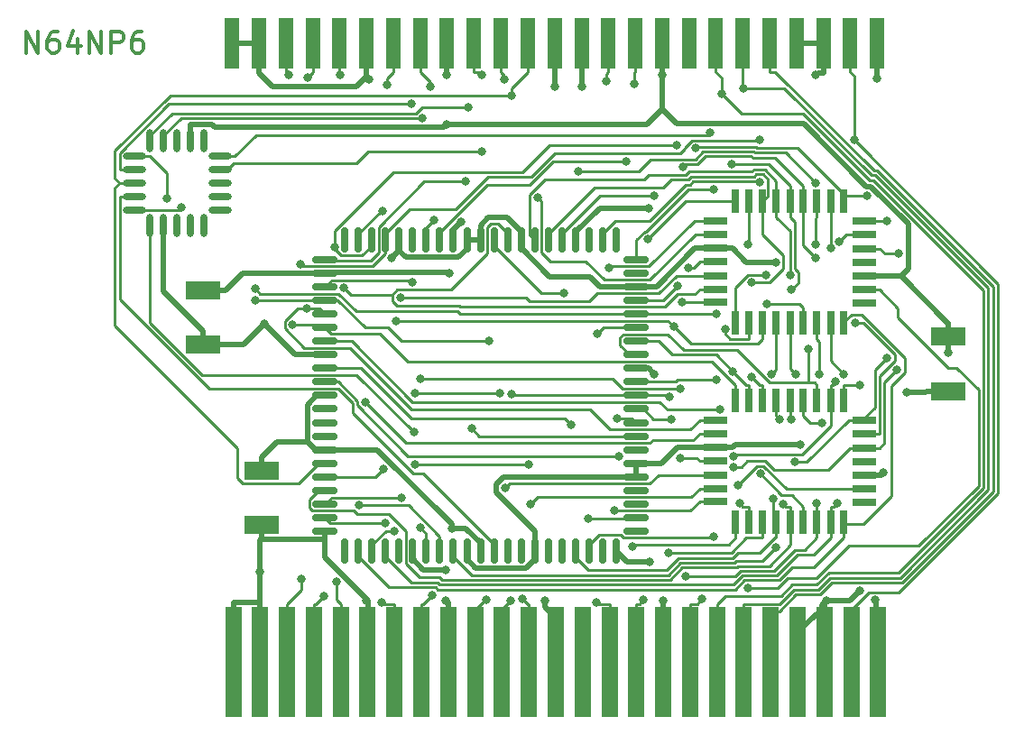
<source format=gbr>
%TF.GenerationSoftware,KiCad,Pcbnew,(6.0.2)*%
%TF.CreationDate,2022-10-24T07:01:04-05:00*%
%TF.ProjectId,N64NP6,4e36344e-5036-42e6-9b69-6361645f7063,rev?*%
%TF.SameCoordinates,Original*%
%TF.FileFunction,Copper,L1,Top*%
%TF.FilePolarity,Positive*%
%FSLAX46Y46*%
G04 Gerber Fmt 4.6, Leading zero omitted, Abs format (unit mm)*
G04 Created by KiCad (PCBNEW (6.0.2)) date 2022-10-24 07:01:04*
%MOMM*%
%LPD*%
G01*
G04 APERTURE LIST*
G04 Aperture macros list*
%AMRoundRect*
0 Rectangle with rounded corners*
0 $1 Rounding radius*
0 $2 $3 $4 $5 $6 $7 $8 $9 X,Y pos of 4 corners*
0 Add a 4 corners polygon primitive as box body*
4,1,4,$2,$3,$4,$5,$6,$7,$8,$9,$2,$3,0*
0 Add four circle primitives for the rounded corners*
1,1,$1+$1,$2,$3*
1,1,$1+$1,$4,$5*
1,1,$1+$1,$6,$7*
1,1,$1+$1,$8,$9*
0 Add four rect primitives between the rounded corners*
20,1,$1+$1,$2,$3,$4,$5,0*
20,1,$1+$1,$4,$5,$6,$7,0*
20,1,$1+$1,$6,$7,$8,$9,0*
20,1,$1+$1,$8,$9,$2,$3,0*%
G04 Aperture macros list end*
%ADD10C,0.300000*%
%TA.AperFunction,NonConductor*%
%ADD11C,0.300000*%
%TD*%
%TA.AperFunction,SMDPad,CuDef*%
%ADD12R,3.250000X1.700000*%
%TD*%
%TA.AperFunction,SMDPad,CuDef*%
%ADD13R,2.270000X0.700000*%
%TD*%
%TA.AperFunction,SMDPad,CuDef*%
%ADD14R,0.700000X2.270000*%
%TD*%
%TA.AperFunction,SMDPad,CuDef*%
%ADD15O,0.700000X2.154000*%
%TD*%
%TA.AperFunction,SMDPad,CuDef*%
%ADD16O,2.154000X0.700000*%
%TD*%
%TA.AperFunction,SMDPad,CuDef*%
%ADD17RoundRect,0.150000X-0.150000X-1.000000X0.150000X-1.000000X0.150000X1.000000X-0.150000X1.000000X0*%
%TD*%
%TA.AperFunction,SMDPad,CuDef*%
%ADD18RoundRect,0.150000X-1.000000X-0.150000X1.000000X-0.150000X1.000000X0.150000X-1.000000X0.150000X0*%
%TD*%
%TA.AperFunction,SMDPad,CuDef*%
%ADD19R,1.500000X10.350000*%
%TD*%
%TA.AperFunction,SMDPad,CuDef*%
%ADD20R,1.350000X4.750000*%
%TD*%
%TA.AperFunction,ViaPad*%
%ADD21C,0.800000*%
%TD*%
%TA.AperFunction,Conductor*%
%ADD22C,0.250000*%
%TD*%
%TA.AperFunction,Conductor*%
%ADD23C,0.500000*%
%TD*%
%TA.AperFunction,Conductor*%
%ADD24C,0.600000*%
%TD*%
G04 APERTURE END LIST*
D10*
D11*
X3950809Y94410238D02*
X3950809Y96410238D01*
X5093666Y94410238D01*
X5093666Y96410238D01*
X6903190Y96410238D02*
X6522238Y96410238D01*
X6331761Y96315000D01*
X6236523Y96219761D01*
X6046047Y95934047D01*
X5950809Y95553095D01*
X5950809Y94791190D01*
X6046047Y94600714D01*
X6141285Y94505476D01*
X6331761Y94410238D01*
X6712714Y94410238D01*
X6903190Y94505476D01*
X6998428Y94600714D01*
X7093666Y94791190D01*
X7093666Y95267380D01*
X6998428Y95457857D01*
X6903190Y95553095D01*
X6712714Y95648333D01*
X6331761Y95648333D01*
X6141285Y95553095D01*
X6046047Y95457857D01*
X5950809Y95267380D01*
X8807952Y95743571D02*
X8807952Y94410238D01*
X8331761Y96505476D02*
X7855571Y95076904D01*
X9093666Y95076904D01*
X9855571Y94410238D02*
X9855571Y96410238D01*
X10998428Y94410238D01*
X10998428Y96410238D01*
X11950809Y94410238D02*
X11950809Y96410238D01*
X12712714Y96410238D01*
X12903190Y96315000D01*
X12998428Y96219761D01*
X13093666Y96029285D01*
X13093666Y95743571D01*
X12998428Y95553095D01*
X12903190Y95457857D01*
X12712714Y95362619D01*
X11950809Y95362619D01*
X14807952Y96410238D02*
X14426999Y96410238D01*
X14236523Y96315000D01*
X14141285Y96219761D01*
X13950809Y95934047D01*
X13855571Y95553095D01*
X13855571Y94791190D01*
X13950809Y94600714D01*
X14046047Y94505476D01*
X14236523Y94410238D01*
X14617476Y94410238D01*
X14807952Y94505476D01*
X14903190Y94600714D01*
X14998428Y94791190D01*
X14998428Y95267380D01*
X14903190Y95457857D01*
X14807952Y95553095D01*
X14617476Y95648333D01*
X14236523Y95648333D01*
X14046047Y95553095D01*
X13950809Y95457857D01*
X13855571Y95267380D01*
D12*
%TO.P,C4,1*%
%TO.N,/VCC*%
X90533000Y67749000D03*
%TO.P,C4,2*%
%TO.N,/GND*%
X90533000Y62649000D03*
%TD*%
%TO.P,C3,1*%
%TO.N,/VCC*%
X26068000Y55158000D03*
%TO.P,C3,2*%
%TO.N,/GND*%
X26068000Y50058000D03*
%TD*%
%TO.P,C2,1*%
%TO.N,/VCC*%
X20589000Y72104000D03*
%TO.P,C2,2*%
%TO.N,/GND*%
X20589000Y67004000D03*
%TD*%
D13*
%TO.P,U4,1,A18*%
%TO.N,unconnected-(U4-Pad1)*%
X82611000Y56059000D03*
%TO.P,U4,2,A16*%
%TO.N,/A16*%
X82610000Y57328000D03*
%TO.P,U4,3,A15*%
%TO.N,/A15*%
X82609000Y58638000D03*
%TO.P,U4,4,A12*%
%TO.N,/A12*%
X82609000Y59908000D03*
D14*
%TO.P,U4,5,A7*%
%TO.N,/A7*%
X80704000Y61771000D03*
%TO.P,U4,6,A6*%
%TO.N,/A6*%
X79474000Y61774000D03*
%TO.P,U4,7,A5*%
%TO.N,/A5*%
X78167000Y61772000D03*
%TO.P,U4,8,A4*%
%TO.N,/A4*%
X76896000Y61773000D03*
%TO.P,U4,9,A3*%
%TO.N,/A3*%
X75664000Y61775000D03*
%TO.P,U4,10,A2*%
%TO.N,/A2*%
X74353000Y61772000D03*
%TO.P,U4,11,A1*%
%TO.N,/A1*%
X73085000Y61773000D03*
%TO.P,U4,12,A0*%
%TO.N,/A0*%
X71814000Y61773000D03*
%TO.P,U4,13,Ad0*%
%TO.N,/AD0*%
X70546000Y61773000D03*
D13*
%TO.P,U4,14,Ad1*%
%TO.N,/AD1*%
X68640000Y59948000D03*
%TO.P,U4,15,Ad2*%
%TO.N,/AD2*%
X68641000Y58678000D03*
%TO.P,U4,16,GND*%
%TO.N,/GND*%
X68639000Y57368000D03*
%TO.P,U4,17,Ad3*%
%TO.N,/AD3*%
X68637000Y56097000D03*
%TO.P,U4,18,Ad4*%
%TO.N,/AD4*%
X68640000Y54786000D03*
%TO.P,U4,19,Ad5*%
%TO.N,/AD5*%
X68637000Y53520000D03*
%TO.P,U4,20,Ad6*%
%TO.N,/AD6*%
X68639000Y52289000D03*
D14*
%TO.P,U4,21,Ad7*%
%TO.N,/AD7*%
X70545000Y50343000D03*
%TO.P,U4,22,CE#*%
%TO.N,/Chip_Enable*%
X71817000Y50343000D03*
%TO.P,U4,23,A10*%
%TO.N,/A10*%
X73085000Y50342000D03*
%TO.P,U4,24,OE#*%
%TO.N,/Output_Enable*%
X74356000Y50343000D03*
%TO.P,U4,25,A11*%
%TO.N,/A11*%
X75663000Y50344000D03*
%TO.P,U4,26,A9*%
%TO.N,/A9*%
X76895000Y50343000D03*
%TO.P,U4,27,A8*%
%TO.N,/A8*%
X78164000Y50346000D03*
%TO.P,U4,28,A13*%
%TO.N,/A13*%
X79476000Y50343000D03*
%TO.P,U4,29,A14*%
%TO.N,/A14*%
X80707000Y50342000D03*
D13*
%TO.P,U4,30,A17*%
%TO.N,unconnected-(U4-Pad30)*%
X82611000Y52247000D03*
%TO.P,U4,31,WE#*%
%TO.N,/SST_Write*%
X82608000Y53478000D03*
%TO.P,U4,32,VCC*%
%TO.N,/VCC*%
X82609000Y54749000D03*
%TD*%
D15*
%TO.P,U1,1,CLK/I0*%
%TO.N,unconnected-(U1-Pad1)*%
X18144000Y86171000D03*
%TO.P,U1,2,I1*%
%TO.N,/{slash}write*%
X16874000Y86171000D03*
%TO.P,U1,3,I2*%
%TO.N,/ALE_H*%
X15604000Y86171000D03*
D16*
%TO.P,U1,4,I3*%
%TO.N,/{slash}read_bottom*%
X14146000Y84713000D03*
%TO.P,U1,5,I4*%
%TO.N,/ALE_L*%
X14146000Y83443000D03*
%TO.P,U1,6,I5*%
%TO.N,/AD10*%
X14146000Y82173000D03*
%TO.P,U1,7,I6*%
%TO.N,/Altera_44*%
X14146000Y80903000D03*
%TO.P,U1,8,I7*%
%TO.N,/{slash}COLD_RESET*%
X14146000Y79633000D03*
D15*
%TO.P,U1,9,I8*%
%TO.N,/Altera_39*%
X15604000Y78175000D03*
%TO.P,U1,10,GND*%
%TO.N,/GND*%
X16874000Y78175000D03*
%TO.P,U1,11,\u002AOE/I9*%
%TO.N,unconnected-(U1-Pad11)*%
X18144000Y78175000D03*
%TO.P,U1,12,I/O0*%
%TO.N,unconnected-(U1-Pad12)*%
X19414000Y78175000D03*
%TO.P,U1,13,I/O1*%
%TO.N,unconnected-(U1-Pad13)*%
X20684000Y78175000D03*
D16*
%TO.P,U1,14,I/O2*%
%TO.N,unconnected-(U1-Pad14)*%
X22142000Y79633000D03*
%TO.P,U1,15,I/O3*%
%TO.N,unconnected-(U1-Pad15)*%
X22142000Y80903000D03*
%TO.P,U1,16,I/O4*%
%TO.N,unconnected-(U1-Pad16)*%
X22142000Y82173000D03*
%TO.P,U1,17,I/O5*%
%TO.N,/{slash}read_top*%
X22142000Y83443000D03*
%TO.P,U1,18,I/O6*%
%TO.N,/Chip_Enable*%
X22142000Y84713000D03*
D15*
%TO.P,U1,19,I/O7*%
%TO.N,unconnected-(U1-Pad19)*%
X20684000Y86171000D03*
%TO.P,U1,20,VCC*%
%TO.N,/VCC*%
X19414000Y86171000D03*
%TD*%
D17*
%TO.P,U2,1,I/~{GCLR}*%
%TO.N,/GND*%
X46604000Y76849000D03*
%TO.P,U2,2,I/~{OE2}/GCLK2*%
X45329000Y76849000D03*
%TO.P,U2,3,VCCINT*%
%TO.N,/VCC*%
X44054000Y76849000D03*
%TO.P,U2,4,IO1_2*%
%TO.N,/AD7*%
X42779000Y76849000D03*
%TO.P,U2,5,IO1_3*%
%TO.N,/{slash}write*%
X41504000Y76849000D03*
%TO.P,U2,6,IO1_4*%
%TO.N,unconnected-(U2-Pad6)*%
X40229000Y76849000D03*
%TO.P,U2,7,GND1*%
%TO.N,/GND*%
X38954000Y76849000D03*
%TO.P,U2,8,IO1_5*%
%TO.N,/AD15*%
X37679000Y76849000D03*
%TO.P,U2,9,IO1_6*%
%TO.N,/AD14*%
X36404000Y76849000D03*
%TO.P,U2,10,IO1_7*%
%TO.N,/AD12*%
X35129000Y76849000D03*
%TO.P,U2,11,IO2_0*%
%TO.N,unconnected-(U2-Pad11)*%
X33854000Y76849000D03*
D18*
%TO.P,U2,12,IO2_1*%
%TO.N,/ALE_H*%
X32004000Y74999000D03*
%TO.P,U2,13,VCCIO1*%
%TO.N,/VCC*%
X32004000Y73724000D03*
%TO.P,U2,14,IO/TDI*%
%TO.N,/ALE_L*%
X32004000Y72449000D03*
%TO.P,U2,15,IO2_2*%
%TO.N,/{slash}read_bottom*%
X32004000Y71174000D03*
%TO.P,U2,16,IO2_3*%
%TO.N,/AD1*%
X32004000Y69899000D03*
%TO.P,U2,17,IO2_4*%
%TO.N,/AD0*%
X32004000Y68624000D03*
%TO.P,U2,18,IO2_5*%
%TO.N,/A16*%
X32004000Y67349000D03*
%TO.P,U2,19,GND2*%
%TO.N,/GND*%
X32004000Y66074000D03*
%TO.P,U2,20,IO2_6*%
%TO.N,/A15*%
X32004000Y64799000D03*
%TO.P,U2,21,IO2_7*%
%TO.N,/AD8*%
X32004000Y63524000D03*
%TO.P,U2,22,IO3_0*%
%TO.N,/VCC*%
X32004000Y62249000D03*
%TO.P,U2,23,IO/TMS*%
%TO.N,unconnected-(U2-Pad23)*%
X32004000Y60974000D03*
%TO.P,U2,24,IO3_1*%
%TO.N,unconnected-(U2-Pad24)*%
X32004000Y59699000D03*
%TO.P,U2,25,IO3_2*%
%TO.N,unconnected-(U2-Pad25)*%
X32004000Y58424000D03*
%TO.P,U2,26,VCCIO2*%
%TO.N,/VCC*%
X32004000Y57149000D03*
%TO.P,U2,27,IO3_3*%
%TO.N,/AD10*%
X32004000Y55874000D03*
%TO.P,U2,28,IO3_4*%
%TO.N,/A10*%
X32004000Y54599000D03*
%TO.P,U2,29,IO3_5*%
%TO.N,/A11*%
X32004000Y53324000D03*
%TO.P,U2,30,IO3_6*%
%TO.N,/AD5*%
X32004000Y52049000D03*
%TO.P,U2,31,IO3_7*%
%TO.N,/AD4*%
X32004000Y50774000D03*
%TO.P,U2,32,GND3*%
%TO.N,/GND*%
X32004000Y49499000D03*
D17*
%TO.P,U2,33,IO4_0*%
%TO.N,unconnected-(U2-Pad33)*%
X33854000Y47649000D03*
%TO.P,U2,34,IO4_1*%
%TO.N,/A14*%
X35129000Y47649000D03*
%TO.P,U2,35,IO4_2*%
%TO.N,/AD3*%
X36404000Y47649000D03*
%TO.P,U2,36,IO4_3*%
%TO.N,/A13*%
X37679000Y47649000D03*
%TO.P,U2,37,IO4_4*%
%TO.N,unconnected-(U2-Pad37)*%
X38954000Y47649000D03*
%TO.P,U2,38,VCCIO3*%
%TO.N,/VCC*%
X40229000Y47649000D03*
%TO.P,U2,39,IO4_5*%
%TO.N,/Altera_39*%
X41504000Y47649000D03*
%TO.P,U2,40,IO4_6*%
%TO.N,/AD2*%
X42779000Y47649000D03*
%TO.P,U2,41,IO4_7*%
%TO.N,/A12*%
X44054000Y47649000D03*
%TO.P,U2,42,GND4*%
%TO.N,/GND*%
X45329000Y47649000D03*
%TO.P,U2,43,VCCINT*%
%TO.N,/VCC*%
X46604000Y47649000D03*
%TO.P,U2,44,IO5_0*%
%TO.N,/Altera_44*%
X47879000Y47649000D03*
%TO.P,U2,45,IO5_1*%
%TO.N,unconnected-(U2-Pad45)*%
X49154000Y47649000D03*
%TO.P,U2,46,IO4_2*%
%TO.N,unconnected-(U2-Pad46)*%
X50429000Y47649000D03*
%TO.P,U2,47,GND5*%
%TO.N,/GND*%
X51704000Y47649000D03*
%TO.P,U2,48,IO5_3*%
%TO.N,unconnected-(U2-Pad48)*%
X52979000Y47649000D03*
%TO.P,U2,49,IO5_4*%
%TO.N,unconnected-(U2-Pad49)*%
X54254000Y47649000D03*
%TO.P,U2,50,IO5_5*%
%TO.N,/Output_Enable*%
X55529000Y47649000D03*
%TO.P,U2,51,IO5_6*%
%TO.N,/SST_Write*%
X56804000Y47649000D03*
%TO.P,U2,52,IO5_7*%
%TO.N,unconnected-(U2-Pad52)*%
X58079000Y47649000D03*
%TO.P,U2,53,VCCIO4*%
%TO.N,/VCC*%
X59354000Y47649000D03*
D18*
%TO.P,U2,54,IO6_0*%
%TO.N,unconnected-(U2-Pad54)*%
X61204000Y49499000D03*
%TO.P,U2,55,IO6_1*%
%TO.N,/Loop1*%
X61204000Y50774000D03*
%TO.P,U2,56,IO6_2*%
%TO.N,unconnected-(U2-Pad56)*%
X61204000Y52049000D03*
%TO.P,U2,57,IO6_3*%
%TO.N,unconnected-(U2-Pad57)*%
X61204000Y53324000D03*
%TO.P,U2,58,IO6_4*%
%TO.N,/GND*%
X61204000Y54599000D03*
%TO.P,U2,59,GND6*%
X61204000Y55874000D03*
%TO.P,U2,60,IO6_5*%
%TO.N,unconnected-(U2-Pad60)*%
X61204000Y57149000D03*
%TO.P,U2,61,IO6_6*%
%TO.N,/{slash}read_middle*%
X61204000Y58424000D03*
%TO.P,U2,62,IO/TCK*%
%TO.N,/AD6*%
X61204000Y59699000D03*
%TO.P,U2,63,IO6_7*%
%TO.N,/A8*%
X61204000Y60974000D03*
%TO.P,U2,64,IO7_0*%
%TO.N,/AD11*%
X61204000Y62249000D03*
%TO.P,U2,65,IO7_1*%
%TO.N,/A6*%
X61204000Y63524000D03*
%TO.P,U2,66,VCCIO5*%
%TO.N,/VCC*%
X61204000Y64799000D03*
%TO.P,U2,67,IO7_2*%
%TO.N,/A5*%
X61204000Y66074000D03*
%TO.P,U2,68,IO7_3*%
%TO.N,/A0*%
X61204000Y67349000D03*
%TO.P,U2,69,IO7_4*%
%TO.N,/AD9*%
X61204000Y68624000D03*
%TO.P,U2,70,IO7_5*%
%TO.N,/{slash}COLD_RESET*%
X61204000Y69899000D03*
%TO.P,U2,71,IO/TDO*%
%TO.N,/A7*%
X61204000Y71174000D03*
%TO.P,U2,72,GND7*%
%TO.N,/GND*%
X61204000Y72449000D03*
%TO.P,U2,73,IO7_6*%
%TO.N,unconnected-(U2-Pad73)*%
X61204000Y73724000D03*
%TO.P,U2,74,IO7_7*%
%TO.N,/A3*%
X61204000Y74999000D03*
D17*
%TO.P,U2,75,IO8_0*%
%TO.N,unconnected-(U2-Pad75)*%
X59354000Y76849000D03*
%TO.P,U2,76,IO8_1*%
%TO.N,/A9*%
X58079000Y76849000D03*
%TO.P,U2,77,IO8_2*%
%TO.N,unconnected-(U2-Pad77)*%
X56804000Y76849000D03*
%TO.P,U2,78,VCCIO6*%
%TO.N,/VCC*%
X55529000Y76849000D03*
%TO.P,U2,79,IO8_3*%
%TO.N,/A4*%
X54254000Y76849000D03*
%TO.P,U2,80,IO8_4*%
%TO.N,/A1*%
X52979000Y76849000D03*
%TO.P,U2,81,IO8_5*%
%TO.N,/A2*%
X51704000Y76849000D03*
%TO.P,U2,82,GND8*%
%TO.N,/GND*%
X50429000Y76849000D03*
%TO.P,U2,83,I/GCLK1*%
%TO.N,/AD13*%
X49154000Y76849000D03*
%TO.P,U2,84,I/~{OE1}*%
%TO.N,/Loop1*%
X47879000Y76849000D03*
%TD*%
D19*
%TO.P,J1,1,Pin_1*%
%TO.N,/GND*%
X23404000Y37184000D03*
%TO.P,J1,2,Pin_2*%
X25922000Y37184000D03*
%TO.P,J1,3,Pin_3*%
%TO.N,/AD15*%
X28447000Y37184000D03*
%TO.P,J1,4,Pin_4*%
%TO.N,/AD14*%
X30974000Y37184000D03*
%TO.P,J1,5,Pin_5*%
%TO.N,/AD13*%
X33493000Y37184000D03*
%TO.P,J1,6,Pin_6*%
%TO.N,/GND*%
X36012000Y37184000D03*
%TO.P,J1,7,Pin_7*%
%TO.N,/AD12*%
X38535000Y37184000D03*
%TO.P,J1,8,Pin_8*%
%TO.N,/{slash}write*%
X41054000Y37184000D03*
%TO.P,J1,9,Pin_9*%
%TO.N,/VCC*%
X43573000Y37184000D03*
%TO.P,J1,10,Pin_10*%
%TO.N,/{slash}read_bottom*%
X46101000Y37184000D03*
%TO.P,J1,11,Pin_11*%
%TO.N,/AD11*%
X48626000Y37184000D03*
%TO.P,J1,12,Pin_12*%
%TO.N,/AD10*%
X51147000Y37184000D03*
%TO.P,J1,13,Pin_13*%
%TO.N,/12V_Front*%
X53671000Y37184000D03*
%TO.P,J1,14,Pin_14*%
%TO.N,unconnected-(J1-Pad14)*%
X56191000Y37184000D03*
%TO.P,J1,15,Pin_15*%
%TO.N,/AD9*%
X58711000Y37184000D03*
%TO.P,J1,16,Pin_16*%
%TO.N,/AD8*%
X61230000Y37184000D03*
%TO.P,J1,17,Pin_17*%
%TO.N,/VCC*%
X63748000Y37184000D03*
%TO.P,J1,18,Pin_18*%
%TO.N,/CIC_15*%
X66272000Y37184000D03*
%TO.P,J1,19,Pin_19*%
%TO.N,/CIC_11*%
X68798000Y37184000D03*
%TO.P,J1,20,Pin_20*%
%TO.N,/{slash}COLD_RESET*%
X71316000Y37184000D03*
%TO.P,J1,21,Pin_21*%
%TO.N,/EEPROM_DAT*%
X73836000Y37184000D03*
%TO.P,J1,22,Pin_22*%
%TO.N,/GND*%
X76355000Y37184000D03*
%TO.P,J1,23,Pin_23*%
X78885000Y37184000D03*
%TO.P,J1,24,Pin_24*%
%TO.N,/LAUDIO*%
X81411000Y37184000D03*
%TO.P,J1,25,Pin_25*%
%TO.N,/GND*%
X83930000Y37184000D03*
%TD*%
D13*
%TO.P,U3,1,A18*%
%TO.N,unconnected-(U3-Pad1)*%
X82611000Y74742000D03*
%TO.P,U3,2,A16*%
%TO.N,/A16*%
X82610000Y76011000D03*
%TO.P,U3,3,A15*%
%TO.N,/A15*%
X82609000Y77321000D03*
%TO.P,U3,4,A12*%
%TO.N,/A12*%
X82609000Y78591000D03*
D14*
%TO.P,U3,5,A7*%
%TO.N,/A7*%
X80704000Y80454000D03*
%TO.P,U3,6,A6*%
%TO.N,/A6*%
X79474000Y80457000D03*
%TO.P,U3,7,A5*%
%TO.N,/A5*%
X78167000Y80455000D03*
%TO.P,U3,8,A4*%
%TO.N,/A4*%
X76896000Y80456000D03*
%TO.P,U3,9,A3*%
%TO.N,/A3*%
X75664000Y80458000D03*
%TO.P,U3,10,A2*%
%TO.N,/A2*%
X74353000Y80455000D03*
%TO.P,U3,11,A1*%
%TO.N,/A1*%
X73085000Y80456000D03*
%TO.P,U3,12,A0*%
%TO.N,/A0*%
X71814000Y80456000D03*
%TO.P,U3,13,Ad8*%
%TO.N,/AD8*%
X70546000Y80456000D03*
D13*
%TO.P,U3,14,Ad9*%
%TO.N,/AD9*%
X68640000Y78631000D03*
%TO.P,U3,15,Ad10*%
%TO.N,/AD10*%
X68641000Y77361000D03*
%TO.P,U3,16,GND*%
%TO.N,/GND*%
X68639000Y76051000D03*
%TO.P,U3,17,Ad11*%
%TO.N,/AD11*%
X68637000Y74780000D03*
%TO.P,U3,18,Ad12*%
%TO.N,/AD12*%
X68640000Y73469000D03*
%TO.P,U3,19,Ad13*%
%TO.N,/AD13*%
X68637000Y72203000D03*
%TO.P,U3,20,Ad14*%
%TO.N,/AD14*%
X68639000Y70972000D03*
D14*
%TO.P,U3,21,Ad15*%
%TO.N,/AD15*%
X70545000Y69026000D03*
%TO.P,U3,22,CE#*%
%TO.N,/Chip_Enable*%
X71817000Y69026000D03*
%TO.P,U3,23,A10*%
%TO.N,/A10*%
X73085000Y69025000D03*
%TO.P,U3,24,OE#*%
%TO.N,/Output_Enable*%
X74356000Y69026000D03*
%TO.P,U3,25,A11*%
%TO.N,/A11*%
X75663000Y69027000D03*
%TO.P,U3,26,A9*%
%TO.N,/A9*%
X76895000Y69026000D03*
%TO.P,U3,27,A8*%
%TO.N,/A8*%
X78164000Y69029000D03*
%TO.P,U3,28,A13*%
%TO.N,/A13*%
X79476000Y69026000D03*
%TO.P,U3,29,A14*%
%TO.N,/A14*%
X80707000Y69025000D03*
D13*
%TO.P,U3,30,A17*%
%TO.N,unconnected-(U3-Pad30)*%
X82611000Y70930000D03*
%TO.P,U3,31,WE#*%
%TO.N,/SST_Write*%
X82608000Y72161000D03*
%TO.P,U3,32,VCC*%
%TO.N,/VCC*%
X82609000Y73432000D03*
%TD*%
D20*
%TO.P,J4,1,Pin_1*%
%TO.N,/GND*%
X23295000Y95327000D03*
%TO.P,J4,2,Pin_2*%
X25813000Y95327000D03*
%TO.P,J4,3,Pin_3*%
%TO.N,/AD15*%
X28338000Y95327000D03*
%TO.P,J4,4,Pin_4*%
%TO.N,/AD14*%
X30865000Y95327000D03*
%TO.P,J4,5,Pin_5*%
%TO.N,/AD13*%
X33384000Y95327000D03*
%TO.P,J4,6,Pin_6*%
%TO.N,/GND*%
X35903000Y95327000D03*
%TO.P,J4,7,Pin_7*%
%TO.N,/AD12*%
X38426000Y95327000D03*
%TO.P,J4,8,Pin_8*%
%TO.N,/{slash}write*%
X40945000Y95327000D03*
%TO.P,J4,9,Pin_9*%
%TO.N,/VCC*%
X43464000Y95327000D03*
%TO.P,J4,10,Pin_10*%
%TO.N,/{slash}read_top*%
X45992000Y95327000D03*
%TO.P,J4,11,Pin_11*%
%TO.N,/AD11*%
X48517000Y95327000D03*
%TO.P,J4,12,Pin_12*%
%TO.N,/AD10*%
X51038000Y95327000D03*
%TO.P,J4,13,Pin_13*%
%TO.N,/12V_Front*%
X53562000Y95327000D03*
%TO.P,J4,14,Pin_14*%
%TO.N,/12V_2_Front*%
X56082000Y95327000D03*
%TO.P,J4,15,Pin_15*%
%TO.N,/AD9*%
X58602000Y95327000D03*
%TO.P,J4,16,Pin_16*%
%TO.N,/AD8*%
X61121000Y95327000D03*
%TO.P,J4,17,Pin_17*%
%TO.N,/VCC*%
X63639000Y95327000D03*
%TO.P,J4,18,Pin_18*%
%TO.N,unconnected-(J4-Pad18)*%
X66163000Y95327000D03*
%TO.P,J4,19,Pin_19*%
%TO.N,/CIC_11*%
X68689000Y95327000D03*
%TO.P,J4,20,Pin_20*%
%TO.N,/{slash}COLD_RESET*%
X71207000Y95327000D03*
%TO.P,J4,21,Pin_21*%
%TO.N,/EEPROM_DAT*%
X73727000Y95327000D03*
%TO.P,J4,22,Pin_22*%
%TO.N,/GND*%
X76246000Y95327000D03*
%TO.P,J4,23,Pin_23*%
X78776000Y95327000D03*
%TO.P,J4,24,Pin_24*%
%TO.N,/LAUDIO*%
X81302000Y95327000D03*
%TO.P,J4,25,Pin_25*%
%TO.N,/GND*%
X83821000Y95327000D03*
%TD*%
D21*
%TO.N,/Loop1*%
X54467700Y71820600D03*
X56719000Y50674600D03*
%TO.N,/Altera_39*%
X40927300Y49821300D03*
X40376200Y58780800D03*
%TO.N,/{slash}read_middle*%
X45790200Y59139300D03*
%TO.N,/{slash}read_top*%
X46731700Y92334700D03*
X46709500Y85132800D03*
%TO.N,/12V_2_Front*%
X56082000Y91248200D03*
%TO.N,/LAUDIO*%
X81684600Y86241300D03*
%TO.N,/{slash}COLD_RESET*%
X71284400Y91086900D03*
X25473400Y72233900D03*
X18556400Y79873800D03*
X68742200Y69899000D03*
%TO.N,/CIC_11*%
X69219700Y90603600D03*
%TO.N,/CIC_15*%
X67382500Y43118800D03*
%TO.N,/12V_Front*%
X52661100Y43020000D03*
X53557800Y91252400D03*
%TO.N,/{slash}read_bottom*%
X47135700Y43083000D03*
X47375500Y67382100D03*
X25440800Y71174000D03*
X17142500Y80711700D03*
%TO.N,/{slash}write*%
X42257900Y78697500D03*
X41880300Y91278100D03*
X41159200Y88300300D03*
X42075400Y43518100D03*
%TO.N,/ALE_H*%
X45442000Y89322700D03*
X45238000Y82318900D03*
%TO.N,/ALE_L*%
X40219800Y72896200D03*
X40160600Y89631200D03*
%TO.N,/AD0*%
X28962800Y68848300D03*
%TO.N,/AD1*%
X30305400Y70435400D03*
%TO.N,/AD2*%
X35781700Y61626300D03*
X35176800Y51949100D03*
%TO.N,/AD3*%
X38535000Y49541400D03*
X40927300Y63844300D03*
X65353900Y62898300D03*
X65353900Y56364900D03*
%TO.N,/AD4*%
X48377300Y62424500D03*
X40477200Y62424500D03*
X37696300Y50282300D03*
X48934100Y53537100D03*
%TO.N,/AD5*%
X51332500Y52014700D03*
X51139000Y55755700D03*
X40477200Y55755700D03*
X39178500Y52674200D03*
%TO.N,/AD6*%
X59423400Y60084100D03*
X59144100Y51411500D03*
%TO.N,/AD7*%
X60266200Y84207900D03*
X60842100Y48051300D03*
%TO.N,/VCC*%
X63639000Y92342800D03*
X63748000Y42990100D03*
X43639000Y73724000D03*
X44747900Y78501800D03*
X43335100Y45897200D03*
X43365700Y42970200D03*
X62470500Y46611000D03*
X43382900Y87698100D03*
X62389000Y79840600D03*
X43382900Y92335900D03*
X62935300Y64256600D03*
X43891300Y49768100D03*
X90533000Y66288800D03*
X84378100Y55000000D03*
%TO.N,/SST_Write*%
X68473400Y48992900D03*
X70746300Y53811000D03*
X71665600Y44162300D03*
%TO.N,/A13*%
X80075800Y52101300D03*
X80708200Y64260700D03*
%TO.N,/A8*%
X78164000Y52083600D03*
X78414300Y64264000D03*
X64497400Y60012500D03*
X65823500Y45285100D03*
%TO.N,/A9*%
X73452000Y70829600D03*
X72811800Y82254700D03*
X72856500Y54895800D03*
%TO.N,/A11*%
X75030400Y52052200D03*
X76161400Y64242300D03*
%TO.N,/Output_Enable*%
X74069800Y52538200D03*
X73940500Y64252500D03*
%TO.N,/A10*%
X37464700Y55359500D03*
X38672900Y69261500D03*
X64717900Y68736500D03*
X64269400Y47508100D03*
%TO.N,/Chip_Enable*%
X69560000Y68455800D03*
X70934200Y52099300D03*
X68130300Y86903400D03*
%TO.N,/AD15*%
X28572100Y92315800D03*
X73415700Y73561100D03*
X72828100Y86219500D03*
X29743200Y74586500D03*
X29793000Y45040600D03*
%TO.N,/AD14*%
X30349600Y92111500D03*
X65532800Y70972000D03*
X65022300Y85728100D03*
X32888000Y76181900D03*
X31874800Y43430600D03*
%TO.N,/AD13*%
X33402000Y92314300D03*
X33770300Y72348000D03*
X33096200Y44729000D03*
%TO.N,/AD12*%
X37378200Y79568100D03*
X39071900Y71406000D03*
X37358100Y42850500D03*
X37807100Y91408300D03*
%TO.N,/AD11*%
X49497700Y62377600D03*
X49424400Y42990400D03*
X64370400Y62157800D03*
X66141700Y74255200D03*
X48876200Y91950200D03*
%TO.N,/GND*%
X35849100Y43009300D03*
X38253500Y75133100D03*
X83629000Y43024700D03*
X82171300Y43941600D03*
X79073000Y42997100D03*
X78086700Y92310900D03*
X26323500Y68944500D03*
X76647600Y57645800D03*
X74302900Y74724900D03*
X86565300Y62568900D03*
X25922000Y45710500D03*
X83821000Y91972200D03*
X36139000Y91914900D03*
%TO.N,/AD10*%
X50546900Y43149000D03*
X49485600Y90420000D03*
X52007200Y80830300D03*
%TO.N,/AD9*%
X57519700Y68019000D03*
X57516400Y42779900D03*
X58379600Y91771000D03*
X58639000Y74218000D03*
%TO.N,/AD8*%
X61916700Y43071400D03*
X59572500Y56558700D03*
X61057300Y91527600D03*
X62314600Y76912000D03*
%TO.N,/A0*%
X70285200Y64505000D03*
X71685700Y76395200D03*
%TO.N,/A1*%
X72056900Y72836000D03*
X72030100Y64016000D03*
%TO.N,/A2*%
X75648300Y73574100D03*
X74676100Y59998100D03*
%TO.N,/A3*%
X68493400Y81594800D03*
X70171800Y83967400D03*
X75795200Y72152500D03*
X75805500Y60028700D03*
%TO.N,/A4*%
X62918200Y80992300D03*
X65590200Y83669300D03*
X78081900Y75177100D03*
X78604800Y59639600D03*
%TO.N,/A5*%
X77351900Y66631000D03*
X78028300Y76448200D03*
%TO.N,/A6*%
X68758100Y63702600D03*
X70373900Y56512400D03*
X79946700Y63524200D03*
X79474000Y76074600D03*
%TO.N,/A7*%
X82884200Y81027500D03*
X82158700Y63231100D03*
X65091000Y72496200D03*
X66780800Y85444100D03*
%TO.N,/A12*%
X74324200Y47937600D03*
X76113200Y55985300D03*
X84743100Y65778500D03*
X84743100Y78591000D03*
%TO.N,/A15*%
X80289800Y76693100D03*
X55104300Y59463700D03*
X55752400Y83255200D03*
X78052300Y82221400D03*
X81748300Y69052200D03*
%TO.N,/A16*%
X69054800Y60914100D03*
X70385500Y55510500D03*
X85710100Y64673200D03*
X85845000Y75552400D03*
%TD*%
D22*
%TO.N,/Loop1*%
X52339800Y71820600D02*
X54467700Y71820600D01*
X47879000Y76281400D02*
X52339800Y71820600D01*
X47879000Y76849000D02*
X47879000Y76281400D01*
X61104600Y50674600D02*
X61204000Y50774000D01*
X56719000Y50674600D02*
X61104600Y50674600D01*
%TO.N,/Altera_44*%
X14146000Y80903000D02*
X12743900Y80903000D01*
X47879000Y48254200D02*
X47879000Y47649000D01*
X41194500Y54938700D02*
X47879000Y48254200D01*
X40268800Y54938700D02*
X41194500Y54938700D01*
X34606500Y60601000D02*
X40268800Y54938700D01*
X34606500Y61526700D02*
X34606500Y60601000D01*
X33246700Y62886500D02*
X34606500Y61526700D01*
X21120300Y62886500D02*
X33246700Y62886500D01*
X12743900Y71262900D02*
X21120300Y62886500D01*
X12743900Y80903000D02*
X12743900Y71262900D01*
%TO.N,/Altera_39*%
X34995500Y64161500D02*
X40376200Y58780800D01*
X20481900Y64161500D02*
X34995500Y64161500D01*
X15604000Y69039400D02*
X20481900Y64161500D01*
X15604000Y78175000D02*
X15604000Y69039400D01*
X41504000Y49244600D02*
X40927300Y49821300D01*
X41504000Y47649000D02*
X41504000Y49244600D01*
%TO.N,/{slash}read_middle*%
X46505500Y58424000D02*
X61204000Y58424000D01*
X45790200Y59139300D02*
X46505500Y58424000D01*
%TO.N,/{slash}read_top*%
X22760700Y83443000D02*
X22780600Y83423100D01*
X22142000Y83443000D02*
X22760700Y83443000D01*
X22820300Y83383400D02*
X22800500Y83403300D01*
X22800500Y83403300D02*
X22780600Y83423100D01*
X45992000Y95327000D02*
X45992000Y92626900D01*
X46439500Y92626900D02*
X45992000Y92626900D01*
X46731700Y92334700D02*
X46439500Y92626900D01*
X23435000Y84037800D02*
X22800500Y83403300D01*
X34996400Y84037800D02*
X23435000Y84037800D01*
X36091400Y85132800D02*
X34996400Y84037800D01*
X46709500Y85132800D02*
X36091400Y85132800D01*
D23*
%TO.N,/12V_2_Front*%
X56082000Y95327000D02*
X56082000Y91248200D01*
D22*
%TO.N,/LAUDIO*%
X81280000Y37315000D02*
X81280000Y41155900D01*
X81411000Y37184000D02*
X81280000Y37315000D01*
X81160900Y41275000D02*
X81280000Y41155900D01*
X81160900Y41870300D02*
X81160900Y41275000D01*
X81302000Y95327000D02*
X81302000Y92626900D01*
X81684600Y92244300D02*
X81302000Y92626900D01*
X81684600Y86241300D02*
X81684600Y92244300D01*
X95192300Y72733600D02*
X81684600Y86241300D01*
X95192300Y53067200D02*
X95192300Y72733600D01*
X85875000Y43749900D02*
X95192300Y53067200D01*
X83040500Y43749900D02*
X85875000Y43749900D01*
X81160900Y41870300D02*
X83040500Y43749900D01*
%TO.N,/EEPROM_DAT*%
X73836000Y41257800D02*
X73836000Y37184000D01*
X73699700Y41394100D02*
X73836000Y41257800D01*
X73540900Y42068800D02*
X73540900Y42004300D01*
X73540900Y41552800D02*
X73699700Y41394100D01*
X73540900Y42004300D02*
X73540900Y41552800D01*
X73727000Y95327000D02*
X73727000Y92626900D01*
X74248200Y92626900D02*
X73727000Y92626900D01*
X83522200Y83352900D02*
X74248200Y92626900D01*
X83847700Y83352900D02*
X83522200Y83352900D01*
X94742200Y72458400D02*
X83847700Y83352900D01*
X94742200Y53253700D02*
X94742200Y72458400D01*
X86171600Y44683100D02*
X94742200Y53253700D01*
X79603300Y44683100D02*
X86171600Y44683100D01*
X78500900Y43580700D02*
X79603300Y44683100D01*
X76218400Y43580700D02*
X78500900Y43580700D01*
X74642000Y42004300D02*
X76218400Y43580700D01*
X73540900Y42004300D02*
X74642000Y42004300D01*
%TO.N,/{slash}COLD_RESET*%
X71316000Y37184000D02*
X71316000Y42684100D01*
X71207000Y91164300D02*
X71207000Y95327000D01*
X71284400Y91086900D02*
X71207000Y91164300D01*
X14146000Y79633000D02*
X15548100Y79633000D01*
X18315600Y79633000D02*
X18556400Y79873800D01*
X15548100Y79633000D02*
X18315600Y79633000D01*
X61204000Y69899000D02*
X68742200Y69899000D01*
X44715000Y69899000D02*
X61204000Y69899000D01*
X44462100Y70151900D02*
X44715000Y69899000D01*
X34941000Y70151900D02*
X44462100Y70151900D01*
X33293100Y71799800D02*
X34941000Y70151900D01*
X25907500Y71799800D02*
X33293100Y71799800D01*
X25473400Y72233900D02*
X25907500Y71799800D01*
X75128200Y91086900D02*
X71284400Y91086900D01*
X83312300Y82902800D02*
X75128200Y91086900D01*
X83661200Y82902800D02*
X83312300Y82902800D01*
X94235800Y72328200D02*
X83661200Y82902800D01*
X94235800Y53383900D02*
X94235800Y72328200D01*
X85985100Y45133200D02*
X94235800Y53383900D01*
X79416800Y45133200D02*
X85985100Y45133200D01*
X78314400Y44030800D02*
X79416800Y45133200D01*
X76031900Y44030800D02*
X78314400Y44030800D01*
X74685200Y42684100D02*
X76031900Y44030800D01*
X71316000Y42684100D02*
X74685200Y42684100D01*
%TO.N,/CIC_11*%
X68689000Y95327000D02*
X68689000Y92626900D01*
X69219700Y92096200D02*
X69219700Y90603600D01*
X68689000Y92626900D02*
X69219700Y92096200D01*
X68798000Y37184000D02*
X68798000Y42684100D01*
X71134400Y88688900D02*
X69219700Y90603600D01*
X76889500Y88688900D02*
X71134400Y88688900D01*
X83125700Y82452700D02*
X76889500Y88688900D01*
X83474700Y82452700D02*
X83125700Y82452700D01*
X93785700Y72141700D02*
X83474700Y82452700D01*
X93785700Y53570400D02*
X93785700Y72141700D01*
X85849500Y45634200D02*
X93785700Y53570400D01*
X79281200Y45634200D02*
X85849500Y45634200D01*
X78128000Y44481000D02*
X79281200Y45634200D01*
X75845500Y44481000D02*
X78128000Y44481000D01*
X74801700Y43437200D02*
X75845500Y44481000D01*
X69551100Y43437200D02*
X74801700Y43437200D01*
X68798000Y42684100D02*
X69551100Y43437200D01*
%TO.N,/CIC_15*%
X66272000Y37184000D02*
X66272000Y42684100D01*
X66947800Y42684100D02*
X67382500Y43118800D01*
X66272000Y42684100D02*
X66947800Y42684100D01*
D23*
%TO.N,/12V_Front*%
X52661100Y42350800D02*
X53498800Y41513100D01*
X52661100Y43020000D02*
X52661100Y42350800D01*
X53562000Y95327000D02*
X53562000Y92501900D01*
D22*
X53498800Y41513100D02*
X53578100Y41433800D01*
D23*
X53578100Y37276900D02*
X53578100Y41433800D01*
X53671000Y37184000D02*
X53578100Y37276900D01*
X53557800Y92497700D02*
X53562000Y92501900D01*
X53557800Y91252400D02*
X53557800Y92497700D01*
D22*
%TO.N,/{slash}read_bottom*%
X47091400Y43083000D02*
X47135700Y43083000D01*
X46235900Y42227500D02*
X47091400Y43083000D01*
X46235900Y41076600D02*
X46235900Y41652100D01*
X46235900Y41652100D02*
X46235900Y42227500D01*
X46101000Y41517200D02*
X46101000Y37184000D01*
X46235900Y41652100D02*
X46101000Y41517200D01*
X33219700Y71174000D02*
X32004000Y71174000D01*
X35783300Y68610400D02*
X33219700Y71174000D01*
X37932000Y68610400D02*
X35783300Y68610400D01*
X39160300Y67382100D02*
X37932000Y68610400D01*
X47375500Y67382100D02*
X39160300Y67382100D01*
X17142500Y83118600D02*
X15548100Y84713000D01*
X17142500Y80711700D02*
X17142500Y83118600D01*
X14146000Y84713000D02*
X15548100Y84713000D01*
X32004000Y71174000D02*
X25440800Y71174000D01*
%TO.N,/{slash}write*%
X41880300Y91691600D02*
X41880300Y91278100D01*
X40945000Y92626900D02*
X41880300Y91691600D01*
X40945000Y95327000D02*
X40945000Y92626900D01*
X41139800Y88280900D02*
X41159200Y88300300D01*
X18490100Y88280900D02*
X41139800Y88280900D01*
X16874000Y86664800D02*
X18490100Y88280900D01*
X16874000Y86171000D02*
X16874000Y86664800D01*
X41241400Y42684100D02*
X41054000Y42684100D01*
X42075400Y43518100D02*
X41241400Y42684100D01*
X41054000Y37184000D02*
X41054000Y42684100D01*
X41504000Y77943600D02*
X42257900Y78697500D01*
X41504000Y76849000D02*
X41504000Y77943600D01*
%TO.N,/ALE_H*%
X32100500Y74902500D02*
X32004000Y74999000D01*
X36284100Y74902500D02*
X32100500Y74902500D01*
X37041500Y75659900D02*
X36284100Y74902500D01*
X37041500Y78034400D02*
X37041500Y75659900D01*
X41326000Y82318900D02*
X37041500Y78034400D01*
X45238000Y82318900D02*
X41326000Y82318900D01*
X41156300Y89322700D02*
X45442000Y89322700D01*
X40572400Y88738800D02*
X41156300Y89322700D01*
X17692200Y88738800D02*
X40572400Y88738800D01*
X15604000Y86650600D02*
X17692200Y88738800D01*
X15604000Y86171000D02*
X15604000Y86650600D01*
%TO.N,/ALE_L*%
X14146000Y83443000D02*
X12743900Y83443000D01*
X32628100Y73073100D02*
X32004000Y72449000D01*
X40042900Y73073100D02*
X32628100Y73073100D01*
X40219800Y72896200D02*
X40042900Y73073100D01*
X17357100Y89631200D02*
X40160600Y89631200D01*
X12743900Y85018000D02*
X17357100Y89631200D01*
X12743900Y83443000D02*
X12743900Y85018000D01*
%TO.N,/AD0*%
X70546000Y61773000D02*
X70546000Y63233100D01*
X31779700Y68848300D02*
X32004000Y68624000D01*
X28962800Y68848300D02*
X31779700Y68848300D01*
X70497300Y63233100D02*
X70546000Y63233100D01*
X68294000Y65436400D02*
X70497300Y63233100D01*
X39795100Y65436400D02*
X68294000Y65436400D01*
X37182100Y68049400D02*
X39795100Y65436400D01*
X32578600Y68049400D02*
X37182100Y68049400D01*
X32004000Y68624000D02*
X32578600Y68049400D01*
%TO.N,/AD1*%
X68640000Y59948000D02*
X67179900Y59948000D01*
X31467600Y70435400D02*
X32004000Y69899000D01*
X30305400Y70435400D02*
X31467600Y70435400D01*
X29455400Y70435400D02*
X30305400Y70435400D01*
X28237700Y69217700D02*
X29455400Y70435400D01*
X28237700Y68548000D02*
X28237700Y69217700D01*
X30074200Y66711500D02*
X28237700Y68548000D01*
X34356200Y66711500D02*
X30074200Y66711500D01*
X40114400Y60953300D02*
X34356200Y66711500D01*
X56864400Y60953300D02*
X40114400Y60953300D01*
X58756100Y59061600D02*
X56864400Y60953300D01*
X66293500Y59061600D02*
X58756100Y59061600D01*
X67179900Y59948000D02*
X66293500Y59061600D01*
%TO.N,/AD2*%
X66546100Y58043200D02*
X67180900Y58678000D01*
X62779800Y58043200D02*
X66546100Y58043200D01*
X62511400Y57774800D02*
X62779800Y58043200D01*
X39633200Y57774800D02*
X62511400Y57774800D01*
X35781700Y61626300D02*
X39633200Y57774800D01*
X68641000Y58678000D02*
X67180900Y58678000D01*
X39857600Y51949100D02*
X35176800Y51949100D01*
X42779000Y49027700D02*
X39857600Y51949100D01*
X42779000Y47649000D02*
X42779000Y49027700D01*
%TO.N,/AD3*%
X37720700Y49541400D02*
X38535000Y49541400D01*
X36404000Y48224700D02*
X37720700Y49541400D01*
X36404000Y47649000D02*
X36404000Y48224700D01*
X68637000Y56097000D02*
X67176900Y56097000D01*
X66909000Y56364900D02*
X65353900Y56364900D01*
X67176900Y56097000D02*
X66909000Y56364900D01*
X59007300Y63844300D02*
X40927300Y63844300D01*
X59953300Y62898300D02*
X59007300Y63844300D01*
X65353900Y62898300D02*
X59953300Y62898300D01*
%TO.N,/AD4*%
X32495700Y50282300D02*
X37696300Y50282300D01*
X32004000Y50774000D02*
X32495700Y50282300D01*
X63326600Y54786000D02*
X68640000Y54786000D01*
X62510800Y53970200D02*
X63326600Y54786000D01*
X49367200Y53970200D02*
X62510800Y53970200D01*
X48934100Y53537100D02*
X49367200Y53970200D01*
X48377300Y62424500D02*
X40477200Y62424500D01*
%TO.N,/AD5*%
X68637000Y53520000D02*
X67176900Y53520000D01*
X52004300Y52686500D02*
X51332500Y52014700D01*
X66343400Y52686500D02*
X52004300Y52686500D01*
X67176900Y53520000D02*
X66343400Y52686500D01*
X51139000Y55755700D02*
X40477200Y55755700D01*
X32629200Y52674200D02*
X39178500Y52674200D01*
X32004000Y52049000D02*
X32629200Y52674200D01*
%TO.N,/AD6*%
X59423400Y60084000D02*
X59423400Y60084100D01*
X60819000Y60084000D02*
X59423400Y60084000D01*
X61204000Y59699000D02*
X60819000Y60084000D01*
X66301400Y51411500D02*
X59144100Y51411500D01*
X67178900Y52289000D02*
X66301400Y51411500D01*
X68639000Y52289000D02*
X67178900Y52289000D01*
%TO.N,/AD7*%
X53441100Y84207900D02*
X60266200Y84207900D01*
X51228600Y81995400D02*
X53441100Y84207900D01*
X47212600Y81995400D02*
X51228600Y81995400D01*
X42779000Y77561800D02*
X47212600Y81995400D01*
X42779000Y76849000D02*
X42779000Y77561800D01*
X70545000Y50343000D02*
X70545000Y48882900D01*
X61024300Y48233500D02*
X60842100Y48051300D01*
X69895600Y48233500D02*
X61024300Y48233500D01*
X70545000Y48882900D02*
X69895600Y48233500D01*
D23*
%TO.N,/VCC*%
X63748000Y37184000D02*
X63748000Y42809100D01*
X63639000Y95327000D02*
X63639000Y92501900D01*
X43573000Y37184000D02*
X43573000Y42809100D01*
X43526800Y42809100D02*
X43365700Y42970200D01*
X43573000Y42809100D02*
X43526800Y42809100D01*
X44054000Y77807900D02*
X44747900Y78501800D01*
X44054000Y76849000D02*
X44054000Y77807900D01*
X41250700Y45897200D02*
X43335100Y45897200D01*
X40229000Y46918900D02*
X41250700Y45897200D01*
X40229000Y47649000D02*
X40229000Y46918900D01*
X26068000Y55158000D02*
X26068000Y56458100D01*
X31223900Y62249000D02*
X32004000Y62249000D01*
X30348800Y61373900D02*
X31223900Y62249000D01*
X30348800Y57912200D02*
X30348800Y61373900D01*
X31112000Y57149000D02*
X30348800Y57912200D01*
X32004000Y57149000D02*
X31112000Y57149000D01*
X27522100Y57912200D02*
X26068000Y56458100D01*
X30348800Y57912200D02*
X27522100Y57912200D01*
X20589000Y72104000D02*
X22664100Y72104000D01*
X60392000Y46611000D02*
X62470500Y46611000D01*
X59354000Y47649000D02*
X60392000Y46611000D01*
X32060500Y73780500D02*
X32004000Y73724000D01*
X43582500Y73780500D02*
X32060500Y73780500D01*
X43639000Y73724000D02*
X43582500Y73780500D01*
X19414000Y86171000D02*
X19414000Y87698100D01*
X63639000Y92501900D02*
X63639000Y92342800D01*
X43127200Y87442400D02*
X43382900Y87698100D01*
X21689800Y87442400D02*
X43127200Y87442400D01*
X21434100Y87698100D02*
X21689800Y87442400D01*
X19414000Y87698100D02*
X21434100Y87698100D01*
X63639000Y92342800D02*
X63639000Y89145200D01*
X57795900Y79840600D02*
X62389000Y79840600D01*
X55529000Y77573700D02*
X57795900Y79840600D01*
X55529000Y76849000D02*
X55529000Y77573700D01*
X43464000Y95327000D02*
X43464000Y92501900D01*
X43464000Y92417000D02*
X43382900Y92335900D01*
X43464000Y92501900D02*
X43464000Y92417000D01*
X24284100Y73724000D02*
X22664100Y72104000D01*
X32004000Y73724000D02*
X24284100Y73724000D01*
X63748000Y42809100D02*
X63748000Y42990100D01*
X62392900Y64799000D02*
X61204000Y64799000D01*
X62935300Y64256600D02*
X62392900Y64799000D01*
X36909500Y57149000D02*
X32004000Y57149000D01*
X43891300Y50167200D02*
X36909500Y57149000D01*
X43891300Y49768100D02*
X43891300Y50167200D01*
X45227700Y49768100D02*
X43891300Y49768100D01*
X46604000Y48391800D02*
X45227700Y49768100D01*
X46604000Y47649000D02*
X46604000Y48391800D01*
X62191900Y87698100D02*
X63639000Y89145200D01*
X43382900Y87698100D02*
X62191900Y87698100D01*
X90533000Y67749000D02*
X90533000Y66288800D01*
X82609000Y54749000D02*
X84194100Y54749000D01*
X84194100Y54816000D02*
X84194100Y54749000D01*
X84378100Y55000000D02*
X84194100Y54816000D01*
X82609000Y73432000D02*
X86062600Y73432000D01*
X65030700Y87753500D02*
X63639000Y89145200D01*
X76929100Y87753500D02*
X65030700Y87753500D01*
X82805000Y81877600D02*
X76929100Y87753500D01*
X83236400Y81877600D02*
X82805000Y81877600D01*
X86733000Y78381000D02*
X83236400Y81877600D01*
X86733000Y74102400D02*
X86733000Y78381000D01*
X86062600Y73432000D02*
X86733000Y74102400D01*
X90445500Y69049100D02*
X90533000Y69049100D01*
X86062600Y73432000D02*
X90445500Y69049100D01*
X90533000Y67749000D02*
X90533000Y69049100D01*
D22*
%TO.N,/SST_Write*%
X68353700Y48873200D02*
X68473400Y48992900D01*
X60007100Y48873200D02*
X68353700Y48873200D01*
X59723000Y49157300D02*
X60007100Y48873200D01*
X57710900Y49157300D02*
X59723000Y49157300D01*
X56804000Y48250400D02*
X57710900Y49157300D01*
X56804000Y47649000D02*
X56804000Y48250400D01*
X75299800Y53478000D02*
X82608000Y53478000D01*
X73156900Y55620900D02*
X75299800Y53478000D01*
X72556200Y55620900D02*
X73156900Y55620900D01*
X70746300Y53811000D02*
X72556200Y55620900D01*
X85776600Y70452500D02*
X84068100Y72161000D01*
X85776600Y69560300D02*
X85776600Y70452500D01*
X90496500Y64840400D02*
X85776600Y69560300D01*
X91276300Y64840400D02*
X90496500Y64840400D01*
X93335600Y62781100D02*
X91276300Y64840400D01*
X93335600Y53756900D02*
X93335600Y62781100D01*
X87710100Y48131400D02*
X93335600Y53756900D01*
X81141800Y48131400D02*
X87710100Y48131400D01*
X78100400Y45090000D02*
X81141800Y48131400D01*
X75464400Y45090000D02*
X78100400Y45090000D01*
X74536700Y44162300D02*
X75464400Y45090000D01*
X71665600Y44162300D02*
X74536700Y44162300D01*
X82608000Y72161000D02*
X84068100Y72161000D01*
%TO.N,/A14*%
X80707000Y50342000D02*
X80707000Y50159500D01*
X80707000Y50159500D02*
X80707000Y48881900D01*
X80707000Y69139300D02*
X80707000Y69025000D01*
X81406500Y69838800D02*
X80707000Y69139300D01*
X82389600Y69838800D02*
X81406500Y69838800D01*
X86457900Y65770500D02*
X82389600Y69838800D01*
X86457900Y64395500D02*
X86457900Y65770500D01*
X85164500Y63102100D02*
X86457900Y64395500D01*
X85164500Y52780400D02*
X85164500Y63102100D01*
X82543600Y50159500D02*
X85164500Y52780400D01*
X80707000Y50159500D02*
X82543600Y50159500D01*
X35129000Y47095600D02*
X35129000Y47649000D01*
X37981400Y44243200D02*
X35129000Y47095600D01*
X42375800Y44243200D02*
X37981400Y44243200D01*
X42599800Y44019200D02*
X42375800Y44243200D01*
X70497100Y44019200D02*
X42599800Y44019200D01*
X71365300Y44887400D02*
X70497100Y44019200D01*
X74625100Y44887400D02*
X71365300Y44887400D01*
X75818900Y46081200D02*
X74625100Y44887400D01*
X77906300Y46081200D02*
X75818900Y46081200D01*
X80707000Y48881900D02*
X77906300Y46081200D01*
%TO.N,/A13*%
X79476000Y49725000D02*
X79476000Y48882900D01*
X79476000Y49725000D02*
X79476000Y50343000D01*
X79476000Y65492900D02*
X79476000Y69026000D01*
X80708200Y64260700D02*
X79476000Y65492900D01*
X79777600Y51803100D02*
X80075800Y52101300D01*
X79476000Y51803100D02*
X79777600Y51803100D01*
X79476000Y50343000D02*
X79476000Y51803100D01*
X37679000Y47099300D02*
X37679000Y47649000D01*
X40085000Y44693300D02*
X37679000Y47099300D01*
X42562300Y44693300D02*
X40085000Y44693300D01*
X42786300Y44469300D02*
X42562300Y44693300D01*
X70310600Y44469300D02*
X42786300Y44469300D01*
X71178800Y45337500D02*
X70310600Y44469300D01*
X74438600Y45337500D02*
X71178800Y45337500D01*
X76397100Y47296000D02*
X74438600Y45337500D01*
X77889100Y47296000D02*
X76397100Y47296000D01*
X79476000Y48882900D02*
X77889100Y47296000D01*
%TO.N,/A8*%
X78164000Y50346000D02*
X78164000Y52083600D01*
X78164000Y69029000D02*
X78164000Y67568900D01*
X78414300Y67318600D02*
X78164000Y67568900D01*
X78414300Y64264000D02*
X78414300Y67318600D01*
X62840100Y60012500D02*
X64497400Y60012500D01*
X61878600Y60974000D02*
X62840100Y60012500D01*
X61204000Y60974000D02*
X61878600Y60974000D01*
X78164000Y50346000D02*
X78164000Y48885900D01*
X70489800Y45285100D02*
X65823500Y45285100D01*
X70992300Y45787600D02*
X70489800Y45285100D01*
X74154700Y45787600D02*
X70992300Y45787600D01*
X76113200Y47746100D02*
X74154700Y45787600D01*
X77024200Y47746100D02*
X76113200Y47746100D01*
X78164000Y48885900D02*
X77024200Y47746100D01*
%TO.N,/A9*%
X76895000Y69026000D02*
X76895000Y70486100D01*
X75814200Y52883900D02*
X76895000Y51803100D01*
X74868400Y52883900D02*
X75814200Y52883900D01*
X72856500Y54895800D02*
X74868400Y52883900D01*
X76895000Y50343000D02*
X76895000Y51803100D01*
X72724600Y82341900D02*
X72811800Y82254700D01*
X66561500Y82341900D02*
X72724600Y82341900D01*
X66263600Y82044000D02*
X66561500Y82341900D01*
X65890900Y82044000D02*
X66263600Y82044000D01*
X62463100Y78616200D02*
X65890900Y82044000D01*
X59293900Y78616200D02*
X62463100Y78616200D01*
X58079000Y77401300D02*
X59293900Y78616200D01*
X58079000Y76849000D02*
X58079000Y77401300D01*
X76551500Y70829600D02*
X76895000Y70486100D01*
X73452000Y70829600D02*
X76551500Y70829600D01*
%TO.N,/A11*%
X75278500Y51804100D02*
X75030400Y52052200D01*
X75663000Y51804100D02*
X75278500Y51804100D01*
X75663000Y50344000D02*
X75663000Y51804100D01*
X75663000Y64740700D02*
X75663000Y69027000D01*
X76161400Y64242300D02*
X75663000Y64740700D01*
X31420300Y53324000D02*
X32004000Y53324000D01*
X30523000Y52426700D02*
X31420300Y53324000D01*
X30523000Y51692400D02*
X30523000Y52426700D01*
X30792200Y51423200D02*
X30523000Y51692400D01*
X34677000Y51423200D02*
X30792200Y51423200D01*
X35001300Y51098900D02*
X34677000Y51423200D01*
X38008500Y51098900D02*
X35001300Y51098900D01*
X39591500Y49515900D02*
X38008500Y51098900D01*
X39591500Y46461900D02*
X39591500Y49515900D01*
X40910000Y45143400D02*
X39591500Y46461900D01*
X42748800Y45143400D02*
X40910000Y45143400D01*
X42972800Y44919400D02*
X42748800Y45143400D01*
X64393900Y44919400D02*
X42972800Y44919400D01*
X65562200Y46087700D02*
X64393900Y44919400D01*
X70655800Y46087700D02*
X65562200Y46087700D01*
X70805800Y46237700D02*
X70655800Y46087700D01*
X73704500Y46237700D02*
X70805800Y46237700D01*
X75663000Y48196200D02*
X73704500Y46237700D01*
X75663000Y50344000D02*
X75663000Y48196200D01*
%TO.N,/Output_Enable*%
X74069900Y52538200D02*
X74069800Y52538200D01*
X74069900Y50629100D02*
X74069900Y52538200D01*
X74356000Y50343000D02*
X74069900Y50629100D01*
X74356000Y64668000D02*
X73940500Y64252500D01*
X74356000Y69026000D02*
X74356000Y64668000D01*
X74356000Y50343000D02*
X74356000Y48882900D01*
X55529000Y47026800D02*
X55529000Y47649000D01*
X56715400Y45840400D02*
X55529000Y47026800D01*
X64041600Y45840400D02*
X56715400Y45840400D01*
X65189100Y46987900D02*
X64041600Y45840400D01*
X70282800Y46987900D02*
X65189100Y46987900D01*
X70732900Y47438000D02*
X70282800Y46987900D01*
X72799300Y47438000D02*
X70732900Y47438000D01*
X74244200Y48882900D02*
X72799300Y47438000D01*
X74356000Y48882900D02*
X74244200Y48882900D01*
%TO.N,/A10*%
X73085000Y69025000D02*
X73085000Y67564900D01*
X36704200Y54599000D02*
X37464700Y55359500D01*
X32004000Y54599000D02*
X36704200Y54599000D01*
X64192900Y69261500D02*
X38672900Y69261500D01*
X64717900Y68736500D02*
X64192900Y69261500D01*
X73085000Y50342000D02*
X73085000Y48881900D01*
X72619200Y67099100D02*
X73085000Y67564900D01*
X66355300Y67099100D02*
X72619200Y67099100D01*
X64717900Y68736500D02*
X66355300Y67099100D01*
X70166400Y47508100D02*
X64269400Y47508100D01*
X71540200Y48881900D02*
X70166400Y47508100D01*
X73085000Y48881900D02*
X71540200Y48881900D01*
%TO.N,/Chip_Enable*%
X71817000Y69026000D02*
X71817000Y67565900D01*
X69560000Y68014600D02*
X69560000Y68455800D01*
X70008700Y67565900D02*
X69560000Y68014600D01*
X71817000Y67565900D02*
X70008700Y67565900D01*
X71817000Y50343000D02*
X71817000Y51803100D01*
X71230400Y51803100D02*
X70934200Y52099300D01*
X71817000Y51803100D02*
X71230400Y51803100D01*
X22142000Y84713000D02*
X23544100Y84713000D01*
X25516500Y86685400D02*
X23544100Y84713000D01*
X67912300Y86685400D02*
X25516500Y86685400D01*
X68130300Y86903400D02*
X67912300Y86685400D01*
%TO.N,/AD15*%
X28338000Y95327000D02*
X28338000Y92626900D01*
X28572100Y92392800D02*
X28572100Y92315800D01*
X28338000Y92626900D02*
X28572100Y92392800D01*
X37679000Y77446400D02*
X37679000Y76849000D01*
X39934900Y79702300D02*
X37679000Y77446400D01*
X44282800Y79702300D02*
X39934900Y79702300D01*
X47351200Y82770700D02*
X44282800Y79702300D01*
X51367200Y82770700D02*
X47351200Y82770700D01*
X53586700Y84990200D02*
X51367200Y82770700D01*
X65377000Y84990200D02*
X53586700Y84990200D01*
X65759600Y85372800D02*
X65377000Y84990200D01*
X65759600Y85448400D02*
X65759600Y85372800D01*
X66480600Y86169400D02*
X65759600Y85448400D01*
X72778000Y86169400D02*
X66480600Y86169400D01*
X72828100Y86219500D02*
X72778000Y86169400D01*
X71713000Y73561100D02*
X73415700Y73561100D01*
X70545000Y72393100D02*
X71713000Y73561100D01*
X70545000Y69026000D02*
X70545000Y72393100D01*
X29974000Y74355700D02*
X29743200Y74586500D01*
X36450600Y74355700D02*
X29974000Y74355700D01*
X37679000Y75584100D02*
X36450600Y74355700D01*
X37679000Y76849000D02*
X37679000Y75584100D01*
X29793000Y44030100D02*
X29793000Y45040600D01*
X28447000Y42684100D02*
X29793000Y44030100D01*
X28447000Y37184000D02*
X28447000Y42684100D01*
%TO.N,/AD14*%
X30865000Y95327000D02*
X30865000Y92626900D01*
X30865000Y92626900D02*
X30349600Y92111500D01*
X68639000Y70972000D02*
X65532800Y70972000D01*
X53036200Y85728100D02*
X65022300Y85728100D01*
X50529000Y83220900D02*
X53036200Y85728100D01*
X38400300Y83220900D02*
X50529000Y83220900D01*
X32888000Y77708600D02*
X38400300Y83220900D01*
X32888000Y76181900D02*
X32888000Y77708600D01*
X36404000Y76278700D02*
X36404000Y76849000D01*
X35493300Y75368000D02*
X36404000Y76278700D01*
X33485100Y75368000D02*
X35493300Y75368000D01*
X32888000Y75965100D02*
X33485100Y75368000D01*
X32888000Y76181900D02*
X32888000Y75965100D01*
X31128300Y42684100D02*
X31874800Y43430600D01*
X30974000Y42684100D02*
X31128300Y42684100D01*
X30974000Y37184000D02*
X30974000Y42684100D01*
%TO.N,/AD13*%
X68637000Y72203000D02*
X67176900Y72203000D01*
X33402000Y92608900D02*
X33402000Y92314300D01*
X33384000Y92626900D02*
X33402000Y92608900D01*
X33384000Y95327000D02*
X33384000Y92626900D01*
X33096200Y43080900D02*
X33096200Y44729000D01*
X33493000Y42684100D02*
X33096200Y43080900D01*
X33493000Y37184000D02*
X33493000Y42684100D01*
X34428400Y71689900D02*
X33770300Y72348000D01*
X38321700Y71689900D02*
X34428400Y71689900D01*
X38321700Y71116800D02*
X38321700Y71689900D01*
X38799400Y70639100D02*
X38321700Y71116800D01*
X44611500Y70639100D02*
X38799400Y70639100D01*
X44702400Y70548200D02*
X44611500Y70639100D01*
X63901400Y70548200D02*
X44702400Y70548200D01*
X65088600Y71735400D02*
X63901400Y70548200D01*
X66709300Y71735400D02*
X65088600Y71735400D01*
X67176900Y72203000D02*
X66709300Y71735400D01*
X49154000Y77405300D02*
X49154000Y76849000D01*
X48213400Y78345900D02*
X49154000Y77405300D01*
X47548500Y78345900D02*
X48213400Y78345900D01*
X47241500Y78038900D02*
X47548500Y78345900D01*
X47241500Y75587400D02*
X47241500Y78038900D01*
X43825200Y72171100D02*
X47241500Y75587400D01*
X38802900Y72171100D02*
X43825200Y72171100D01*
X38321700Y71689900D02*
X38802900Y72171100D01*
%TO.N,/AD12*%
X35129000Y77398700D02*
X35129000Y76849000D01*
X37298400Y79568100D02*
X35129000Y77398700D01*
X37378200Y79568100D02*
X37298400Y79568100D01*
X65003200Y73469000D02*
X68640000Y73469000D01*
X63345600Y71811400D02*
X65003200Y73469000D01*
X57540600Y71811400D02*
X63345600Y71811400D01*
X56778600Y71049400D02*
X57540600Y71811400D01*
X51195600Y71049400D02*
X56778600Y71049400D01*
X50839000Y71406000D02*
X51195600Y71049400D01*
X39071900Y71406000D02*
X50839000Y71406000D01*
X37524500Y42684100D02*
X38535000Y42684100D01*
X37358100Y42850500D02*
X37524500Y42684100D01*
X38535000Y37184000D02*
X38535000Y42684100D01*
X37807100Y92008000D02*
X37807100Y91408300D01*
X38426000Y92626900D02*
X37807100Y92008000D01*
X38426000Y95327000D02*
X38426000Y92626900D01*
%TO.N,/AD11*%
X48696600Y37254600D02*
X48696600Y41473400D01*
X48626000Y37184000D02*
X48696600Y37254600D01*
X48736200Y41513100D02*
X48696600Y41473400D01*
X48736200Y42068800D02*
X48736200Y41513100D01*
X48736200Y42302200D02*
X49424400Y42990400D01*
X48736200Y42068800D02*
X48736200Y42302200D01*
X68637000Y74780000D02*
X67176900Y74780000D01*
X49626300Y62249000D02*
X61204000Y62249000D01*
X49497700Y62377600D02*
X49626300Y62249000D01*
X64279200Y62249000D02*
X64370400Y62157800D01*
X61204000Y62249000D02*
X64279200Y62249000D01*
X48517000Y95327000D02*
X48517000Y92626900D01*
X48876200Y92267700D02*
X48876200Y91950200D01*
X48517000Y92626900D02*
X48876200Y92267700D01*
X66652100Y74255200D02*
X66141700Y74255200D01*
X67176900Y74780000D02*
X66652100Y74255200D01*
D23*
%TO.N,/GND*%
X36012000Y41330200D02*
X36012000Y37184000D01*
X36036200Y41354400D02*
X36012000Y41330200D01*
X78776000Y95327000D02*
X76246000Y95327000D01*
X25813000Y95327000D02*
X23295000Y95327000D01*
X35903000Y95327000D02*
X35903000Y92501900D01*
D24*
X36075900Y41394100D02*
X36056100Y41374300D01*
X36056100Y41374300D02*
X36036200Y41354400D01*
D23*
X68639000Y76051000D02*
X67053900Y76051000D01*
X25813000Y95327000D02*
X25813000Y92501900D01*
D24*
X78620900Y41751200D02*
X78740000Y41632200D01*
D23*
X36056100Y42802300D02*
X35849100Y43009300D01*
X36056100Y41374300D02*
X36056100Y42802300D01*
X50429000Y76059800D02*
X50429000Y76849000D01*
X53113800Y73375000D02*
X50429000Y76059800D01*
X56850800Y73375000D02*
X53113800Y73375000D01*
X57776800Y72449000D02*
X56850800Y73375000D01*
X61204000Y72449000D02*
X57776800Y72449000D01*
X46604000Y78218600D02*
X46604000Y76849000D01*
X47327500Y78942100D02*
X46604000Y78218600D01*
X49068400Y78942100D02*
X47327500Y78942100D01*
X50429000Y77581500D02*
X49068400Y78942100D01*
X50429000Y76849000D02*
X50429000Y77581500D01*
X45329000Y76849000D02*
X46604000Y76849000D01*
X38954000Y76849000D02*
X38954000Y75833600D01*
X39572300Y75215300D02*
X38954000Y75833600D01*
X44512200Y75215300D02*
X39572300Y75215300D01*
X45329000Y76032100D02*
X44512200Y75215300D01*
X45329000Y76849000D02*
X45329000Y76032100D01*
X20589000Y67004000D02*
X20589000Y68304100D01*
X83700900Y42952800D02*
X83629000Y43024700D01*
X83700900Y41711600D02*
X83700900Y42952800D01*
X16874000Y72019100D02*
X16874000Y78175000D01*
X20589000Y68304100D02*
X16874000Y72019100D01*
X81226800Y42997100D02*
X82171300Y43941600D01*
X79073000Y42997100D02*
X81226800Y42997100D01*
X78776000Y95327000D02*
X78776000Y92501900D01*
X20589000Y67004000D02*
X21626600Y67004000D01*
X24383000Y67004000D02*
X26323500Y68944500D01*
X21626600Y67004000D02*
X24383000Y67004000D01*
X29194000Y66074000D02*
X26323500Y68944500D01*
X32004000Y66074000D02*
X29194000Y66074000D01*
X23404000Y37184000D02*
X23404000Y42809100D01*
X25922000Y37184000D02*
X25922000Y42634600D01*
X25922000Y42634600D02*
X25922000Y42809100D01*
X26068000Y50058000D02*
X26068000Y48757900D01*
X63601100Y55874000D02*
X61204000Y55874000D01*
X65095100Y57368000D02*
X63601100Y55874000D01*
X68639000Y57368000D02*
X65095100Y57368000D01*
D24*
X83700900Y41711600D02*
X83820000Y41592500D01*
D23*
X83820000Y37294000D02*
X83820000Y41592500D01*
X83930000Y37184000D02*
X83820000Y37294000D01*
X25922000Y42809100D02*
X23404000Y42809100D01*
X70501900Y57645800D02*
X70224100Y57368000D01*
X76647600Y57645800D02*
X70501900Y57645800D01*
X68639000Y57368000D02*
X70224100Y57368000D01*
X68639000Y76051000D02*
X70224100Y76051000D01*
X76355000Y37184000D02*
X76355000Y39996600D01*
X78885000Y37184000D02*
X78885000Y42809100D01*
X78620900Y42545000D02*
X78885000Y42809100D01*
X78620900Y41751200D02*
X78620900Y42545000D01*
X78109600Y41751200D02*
X78620900Y41751200D01*
X76355000Y39996600D02*
X78109600Y41751200D01*
X78885000Y42809100D02*
X79073000Y42997100D01*
X51704000Y46845200D02*
X51704000Y47649000D01*
X50903600Y46044800D02*
X51704000Y46845200D01*
X46173400Y46044800D02*
X50903600Y46044800D01*
X45329000Y46889200D02*
X46173400Y46044800D01*
X45329000Y47649000D02*
X45329000Y46889200D01*
X61204000Y54599000D02*
X61204000Y55874000D01*
X32004000Y48757900D02*
X26068000Y48757900D01*
X32004000Y48757900D02*
X32004000Y49499000D01*
X90533000Y62649000D02*
X88457900Y62649000D01*
X25922000Y42809100D02*
X25922000Y45710500D01*
X25922000Y48611900D02*
X26068000Y48757900D01*
X25922000Y45710500D02*
X25922000Y48611900D01*
X38954000Y75833600D02*
X38253500Y75133100D01*
X78277600Y92501800D02*
X78086700Y92310900D01*
X78776000Y92501800D02*
X78277600Y92501800D01*
X78776000Y92501900D02*
X78776000Y92501800D01*
X83821000Y95327000D02*
X83821000Y92501900D01*
X83821000Y92501900D02*
X83821000Y91972200D01*
X63133400Y72449000D02*
X61204000Y72449000D01*
X66735400Y76051000D02*
X63133400Y72449000D01*
X67053900Y76051000D02*
X66735400Y76051000D01*
X48777300Y54599000D02*
X61204000Y54599000D01*
X48080700Y53902400D02*
X48777300Y54599000D01*
X48080700Y53162000D02*
X48080700Y53902400D01*
X51704000Y49538700D02*
X48080700Y53162000D01*
X51704000Y47649000D02*
X51704000Y49538700D01*
X88377800Y62568900D02*
X86565300Y62568900D01*
X88457900Y62649000D02*
X88377800Y62568900D01*
X71550200Y74724900D02*
X74302900Y74724900D01*
X70224100Y76051000D02*
X71550200Y74724900D01*
X32004000Y47023400D02*
X32004000Y48757900D01*
X35849100Y43178300D02*
X32004000Y47023400D01*
X35849100Y43009300D02*
X35849100Y43178300D01*
X34987600Y91216900D02*
X35903000Y92132300D01*
X27098000Y91216900D02*
X34987600Y91216900D01*
X25813000Y92501900D02*
X27098000Y91216900D01*
X35903000Y92132300D02*
X35903000Y92501900D01*
X35921600Y92132300D02*
X36139000Y91914900D01*
X35903000Y92132300D02*
X35921600Y92132300D01*
D22*
%TO.N,/AD10*%
X51011800Y42684100D02*
X51147000Y42684100D01*
X50546900Y43149000D02*
X51011800Y42684100D01*
X51147000Y37184000D02*
X51147000Y42684100D01*
X51038000Y95327000D02*
X51038000Y92626900D01*
X66770000Y77361000D02*
X68641000Y77361000D01*
X62495500Y73086500D02*
X66770000Y77361000D01*
X58197400Y73086500D02*
X62495500Y73086500D01*
X56462900Y74821000D02*
X58197400Y73086500D01*
X53182800Y74821000D02*
X56462900Y74821000D01*
X52341500Y75662300D02*
X53182800Y74821000D01*
X52341500Y80496000D02*
X52341500Y75662300D01*
X52007200Y80830300D02*
X52341500Y80496000D01*
X49485600Y91074500D02*
X49485600Y90420000D01*
X51038000Y92626900D02*
X49485600Y91074500D01*
X14146000Y82173000D02*
X12743900Y82173000D01*
X12291500Y82625400D02*
X12743900Y82173000D01*
X12291500Y85205100D02*
X12291500Y82625400D01*
X17506400Y90420000D02*
X12291500Y85205100D01*
X49485600Y90420000D02*
X17506400Y90420000D01*
X12293700Y81722800D02*
X12743900Y82173000D01*
X12293700Y68770700D02*
X12293700Y81722800D01*
X23799300Y57265100D02*
X12293700Y68770700D01*
X23799300Y54470700D02*
X23799300Y57265100D01*
X24293800Y53976200D02*
X23799300Y54470700D01*
X29524600Y53976200D02*
X24293800Y53976200D01*
X31422400Y55874000D02*
X29524600Y53976200D01*
X32004000Y55874000D02*
X31422400Y55874000D01*
%TO.N,/AD9*%
X58124700Y68624000D02*
X61204000Y68624000D01*
X57519700Y68019000D02*
X58124700Y68624000D01*
X58711000Y37184000D02*
X58711000Y42684100D01*
X57612200Y42684100D02*
X57516400Y42779900D01*
X58711000Y42684100D02*
X57612200Y42684100D01*
X58379600Y92404500D02*
X58379600Y91771000D01*
X58602000Y92626900D02*
X58379600Y92404500D01*
X58602000Y95327000D02*
X58602000Y92626900D01*
X58782600Y74361600D02*
X58639000Y74218000D01*
X62408800Y74361600D02*
X58782600Y74361600D01*
X66678200Y78631000D02*
X62408800Y74361600D01*
X68640000Y78631000D02*
X66678200Y78631000D01*
%TO.N,/AD8*%
X61230000Y37184000D02*
X61230000Y42684100D01*
X61121000Y95327000D02*
X61121000Y92626900D01*
X61057300Y92563200D02*
X61057300Y91527600D01*
X61121000Y92626900D02*
X61057300Y92563200D01*
X61529400Y42684100D02*
X61916700Y43071400D01*
X61230000Y42684100D02*
X61529400Y42684100D01*
X39823900Y56558700D02*
X59572500Y56558700D01*
X35056600Y61326000D02*
X39823900Y56558700D01*
X35056600Y61713300D02*
X35056600Y61326000D01*
X33245900Y63524000D02*
X35056600Y61713300D01*
X32004000Y63524000D02*
X33245900Y63524000D01*
X65858600Y80456000D02*
X62314600Y76912000D01*
X70546000Y80456000D02*
X65858600Y80456000D01*
%TO.N,/A0*%
X71814000Y61773000D02*
X71814000Y63233100D01*
X68716200Y66074000D02*
X70285200Y64505000D01*
X64631100Y66074000D02*
X68716200Y66074000D01*
X63356100Y67349000D02*
X64631100Y66074000D01*
X61204000Y67349000D02*
X63356100Y67349000D01*
X71557100Y63233100D02*
X71814000Y63233100D01*
X70285200Y64505000D02*
X71557100Y63233100D01*
X71814000Y76523500D02*
X71685700Y76395200D01*
X71814000Y80456000D02*
X71814000Y76523500D01*
%TO.N,/A1*%
X72813000Y63233100D02*
X73085000Y63233100D01*
X72030100Y64016000D02*
X72813000Y63233100D01*
X73085000Y61773000D02*
X73085000Y63233100D01*
X73565400Y80936400D02*
X73085000Y80456000D01*
X73565400Y82543600D02*
X73565400Y80936400D01*
X73101800Y83007200D02*
X73565400Y82543600D01*
X72473600Y83007200D02*
X73101800Y83007200D01*
X72258500Y82792100D02*
X72473600Y83007200D01*
X66375100Y82792100D02*
X72258500Y82792100D01*
X66077100Y82494100D02*
X66375100Y82792100D01*
X64507400Y82494100D02*
X66077100Y82494100D01*
X63730800Y81717500D02*
X64507400Y82494100D01*
X57286500Y81717500D02*
X63730800Y81717500D01*
X52979000Y77410000D02*
X57286500Y81717500D01*
X52979000Y76849000D02*
X52979000Y77410000D01*
X73728500Y72836000D02*
X72056900Y72836000D01*
X75028100Y74135600D02*
X73728500Y72836000D01*
X75028100Y75411500D02*
X75028100Y74135600D01*
X73085000Y77354600D02*
X75028100Y75411500D01*
X73085000Y80456000D02*
X73085000Y77354600D01*
%TO.N,/A2*%
X74353000Y80930400D02*
X74353000Y81915100D01*
X74353000Y82392500D02*
X74353000Y81915100D01*
X73288200Y83457300D02*
X74353000Y82392500D01*
X72287100Y83457300D02*
X73288200Y83457300D01*
X72072000Y83242200D02*
X72287100Y83457300D01*
X66188600Y83242200D02*
X72072000Y83242200D01*
X65890600Y82944200D02*
X66188600Y83242200D01*
X62388600Y82944200D02*
X65890600Y82944200D01*
X61974500Y82530100D02*
X62388600Y82944200D01*
X52653800Y82530100D02*
X61974500Y82530100D01*
X51240900Y81117200D02*
X52653800Y82530100D01*
X51240900Y77312100D02*
X51240900Y81117200D01*
X51704000Y76849000D02*
X51240900Y77312100D01*
X74353000Y80930400D02*
X74353000Y80455000D01*
X74353000Y80455000D02*
X74353000Y78994900D01*
X75648300Y77699600D02*
X75648300Y73574100D01*
X74353000Y78994900D02*
X75648300Y77699600D01*
X74362300Y60311900D02*
X74676100Y59998100D01*
X74353000Y60311900D02*
X74362300Y60311900D01*
X74353000Y61772000D02*
X74353000Y60311900D01*
%TO.N,/A3*%
X75664000Y81188100D02*
X75664000Y81918100D01*
X70171800Y83967300D02*
X70171800Y83967400D01*
X73614800Y83967300D02*
X70171800Y83967300D01*
X75664000Y81918100D02*
X73614800Y83967300D01*
X61204000Y76826800D02*
X61204000Y74999000D01*
X62014300Y77637100D02*
X61204000Y76826800D01*
X62120700Y77637100D02*
X62014300Y77637100D01*
X66077500Y81593900D02*
X62120700Y77637100D01*
X68492500Y81593900D02*
X66077500Y81593900D01*
X68493400Y81594800D02*
X68492500Y81593900D01*
X75664000Y81188100D02*
X75664000Y80458000D01*
X75664000Y61775000D02*
X75664000Y60314900D01*
X75664000Y80458000D02*
X75664000Y78997900D01*
X75805500Y60173400D02*
X75664000Y60314900D01*
X75805500Y60028700D02*
X75805500Y60173400D01*
X76098500Y78563400D02*
X75664000Y78997900D01*
X76098500Y74149400D02*
X76098500Y78563400D01*
X76448100Y73799800D02*
X76098500Y74149400D01*
X76448100Y72805400D02*
X76448100Y73799800D01*
X75795200Y72152500D02*
X76448100Y72805400D01*
%TO.N,/A4*%
X76896000Y81074000D02*
X76896000Y81916100D01*
X57827300Y80992300D02*
X62918200Y80992300D01*
X54254000Y77419000D02*
X57827300Y80992300D01*
X54254000Y76849000D02*
X54254000Y77419000D01*
X74217900Y84594200D02*
X76896000Y81916100D01*
X72154800Y84594200D02*
X74217900Y84594200D01*
X72056500Y84692500D02*
X72154800Y84594200D01*
X67691300Y84692500D02*
X72056500Y84692500D01*
X66943200Y83944400D02*
X67691300Y84692500D01*
X65865300Y83944400D02*
X66943200Y83944400D01*
X65590200Y83669300D02*
X65865300Y83944400D01*
X77569300Y59639600D02*
X76896000Y60312900D01*
X78604800Y59639600D02*
X77569300Y59639600D01*
X76896000Y61773000D02*
X76896000Y60312900D01*
X76896000Y81074000D02*
X76896000Y80456000D01*
X76896000Y76363000D02*
X78081900Y75177100D01*
X76896000Y80456000D02*
X76896000Y76363000D01*
%TO.N,/A5*%
X78167000Y61772000D02*
X78167000Y63232100D01*
X78167000Y80455000D02*
X78167000Y78994900D01*
X77938900Y63460200D02*
X78167000Y63232100D01*
X77351900Y63460200D02*
X77938900Y63460200D01*
X78028300Y78856200D02*
X78028300Y76448200D01*
X78167000Y78994900D02*
X78028300Y78856200D01*
X77351900Y63460200D02*
X77351900Y66631000D01*
X73707300Y63460200D02*
X77351900Y63460200D01*
X70643300Y66524200D02*
X73707300Y63460200D01*
X65660200Y66524200D02*
X70643300Y66524200D01*
X64198000Y67986400D02*
X65660200Y66524200D01*
X60008800Y67986400D02*
X64198000Y67986400D01*
X59718100Y67695700D02*
X60008800Y67986400D01*
X59718100Y66967900D02*
X59718100Y67695700D01*
X60612000Y66074000D02*
X59718100Y66967900D01*
X61204000Y66074000D02*
X60612000Y66074000D01*
%TO.N,/A6*%
X65132800Y63702600D02*
X68758100Y63702600D01*
X64954200Y63524000D02*
X65132800Y63702600D01*
X61204000Y63524000D02*
X64954200Y63524000D01*
X79474000Y61117100D02*
X79474000Y60313900D01*
X79474000Y61117100D02*
X79474000Y61774000D01*
X79474000Y61774000D02*
X79474000Y63234100D01*
X70571900Y56710400D02*
X70373900Y56512400D01*
X76744500Y56710400D02*
X70571900Y56710400D01*
X79474000Y59439900D02*
X76744500Y56710400D01*
X79474000Y60313900D02*
X79474000Y59439900D01*
X79474000Y80457000D02*
X79474000Y78996900D01*
X79474000Y78996900D02*
X79474000Y76074600D01*
X79656600Y63234100D02*
X79946700Y63524200D01*
X79474000Y63234100D02*
X79656600Y63234100D01*
%TO.N,/A7*%
X80704000Y80454000D02*
X80704000Y81184100D01*
X80860600Y81027500D02*
X82884200Y81027500D01*
X80704000Y81184100D02*
X80860600Y81027500D01*
X80704000Y61771000D02*
X80704000Y63231100D01*
X80704000Y63231100D02*
X82158700Y63231100D01*
X63768800Y71174000D02*
X65091000Y72496200D01*
X61204000Y71174000D02*
X63768800Y71174000D01*
X76393700Y85494400D02*
X80704000Y81184100D01*
X72527800Y85494400D02*
X76393700Y85494400D01*
X72429500Y85592700D02*
X72527800Y85494400D01*
X66929400Y85592700D02*
X72429500Y85592700D01*
X66780800Y85444100D02*
X66929400Y85592700D01*
%TO.N,/A12*%
X82404500Y59908000D02*
X82404600Y59908000D01*
X82404500Y59908000D02*
X81148900Y59908000D01*
X82609000Y59908000D02*
X82404600Y59908000D01*
X82609000Y78591000D02*
X84069100Y78591000D01*
X77226200Y55985300D02*
X76113200Y55985300D01*
X81148900Y59908000D02*
X77226200Y55985300D01*
X84069100Y78591000D02*
X84743100Y78591000D01*
X83616100Y64651500D02*
X84743100Y65778500D01*
X83616100Y61119500D02*
X83616100Y64651500D01*
X82404600Y59908000D02*
X83616100Y61119500D01*
X44054000Y47097400D02*
X44054000Y47649000D01*
X45761100Y45390300D02*
X44054000Y47097400D01*
X64228100Y45390300D02*
X45761100Y45390300D01*
X65375600Y46537800D02*
X64228100Y45390300D01*
X70469300Y46537800D02*
X65375600Y46537800D01*
X70619300Y46687800D02*
X70469300Y46537800D01*
X73074400Y46687800D02*
X70619300Y46687800D01*
X74324200Y47937600D02*
X73074400Y46687800D01*
%TO.N,/A15*%
X80917700Y77321000D02*
X80289800Y76693100D01*
X82609000Y77321000D02*
X80917700Y77321000D01*
X54514900Y60053100D02*
X55104300Y59463700D01*
X40099700Y60053100D02*
X54514900Y60053100D01*
X35353800Y64799000D02*
X40099700Y60053100D01*
X32004000Y64799000D02*
X35353800Y64799000D01*
X75229400Y85044300D02*
X78052300Y82221400D01*
X72341300Y85044300D02*
X75229400Y85044300D01*
X72243000Y85142600D02*
X72341300Y85044300D01*
X67504800Y85142600D02*
X72243000Y85142600D01*
X66756700Y84394500D02*
X67504800Y85142600D01*
X62573800Y84394500D02*
X66756700Y84394500D01*
X61434500Y83255200D02*
X62573800Y84394500D01*
X55752400Y83255200D02*
X61434500Y83255200D01*
X82609000Y58638000D02*
X84069100Y58638000D01*
X84069100Y64079100D02*
X84069100Y58638000D01*
X85500700Y65510700D02*
X84069100Y64079100D01*
X85500700Y66060300D02*
X85500700Y65510700D01*
X82508800Y69052200D02*
X85500700Y66060300D01*
X81748300Y69052200D02*
X82508800Y69052200D01*
%TO.N,/A16*%
X64124300Y60914100D02*
X69054800Y60914100D01*
X63427000Y61611400D02*
X64124300Y60914100D01*
X40234600Y61611400D02*
X63427000Y61611400D01*
X34497000Y67349000D02*
X40234600Y61611400D01*
X32004000Y67349000D02*
X34497000Y67349000D01*
X81880000Y57328000D02*
X81262000Y57328000D01*
X71067100Y55510500D02*
X70385500Y55510500D01*
X71627600Y56071000D02*
X71067100Y55510500D01*
X73343400Y56071000D02*
X71627600Y56071000D01*
X74154200Y55260200D02*
X73343400Y56071000D01*
X79194200Y55260200D02*
X74154200Y55260200D01*
X81262000Y57328000D02*
X79194200Y55260200D01*
X81880000Y57328000D02*
X82610000Y57328000D01*
X84528700Y75552400D02*
X84070100Y76011000D01*
X85845000Y75552400D02*
X84528700Y75552400D01*
X82610000Y76011000D02*
X84070100Y76011000D01*
X82610000Y57328000D02*
X84070100Y57328000D01*
X84520200Y63483300D02*
X85710100Y64673200D01*
X84520200Y57778100D02*
X84520200Y63483300D01*
X84070100Y57328000D02*
X84520200Y57778100D01*
%TD*%
M02*

</source>
